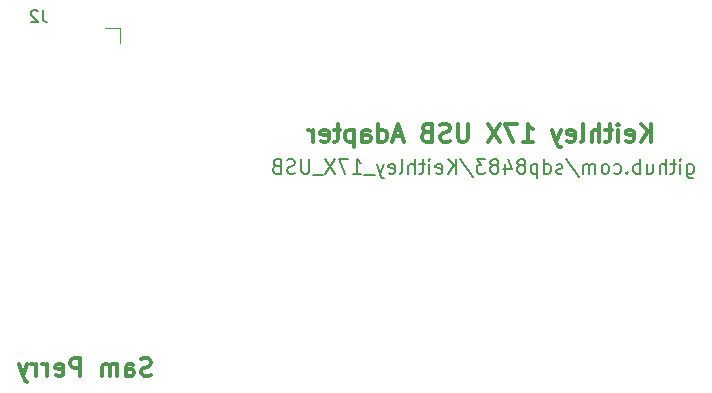
<source format=gbr>
G04 #@! TF.GenerationSoftware,KiCad,Pcbnew,(5.0.2)-1*
G04 #@! TF.CreationDate,2019-03-19T19:21:29-04:00*
G04 #@! TF.ProjectId,Keithley_17X_USB,4b656974-686c-4657-995f-3137585f5553,rev?*
G04 #@! TF.SameCoordinates,Original*
G04 #@! TF.FileFunction,Legend,Bot*
G04 #@! TF.FilePolarity,Positive*
%FSLAX46Y46*%
G04 Gerber Fmt 4.6, Leading zero omitted, Abs format (unit mm)*
G04 Created by KiCad (PCBNEW (5.0.2)-1) date 3/19/2019 7:21:29 PM*
%MOMM*%
%LPD*%
G01*
G04 APERTURE LIST*
%ADD10C,0.300000*%
%ADD11C,0.170000*%
%ADD12C,0.120000*%
%ADD13C,0.150000*%
G04 APERTURE END LIST*
D10*
X81871428Y-91707142D02*
X81657142Y-91778571D01*
X81300000Y-91778571D01*
X81157142Y-91707142D01*
X81085714Y-91635714D01*
X81014285Y-91492857D01*
X81014285Y-91350000D01*
X81085714Y-91207142D01*
X81157142Y-91135714D01*
X81300000Y-91064285D01*
X81585714Y-90992857D01*
X81728571Y-90921428D01*
X81800000Y-90850000D01*
X81871428Y-90707142D01*
X81871428Y-90564285D01*
X81800000Y-90421428D01*
X81728571Y-90350000D01*
X81585714Y-90278571D01*
X81228571Y-90278571D01*
X81014285Y-90350000D01*
X79728571Y-91778571D02*
X79728571Y-90992857D01*
X79800000Y-90850000D01*
X79942857Y-90778571D01*
X80228571Y-90778571D01*
X80371428Y-90850000D01*
X79728571Y-91707142D02*
X79871428Y-91778571D01*
X80228571Y-91778571D01*
X80371428Y-91707142D01*
X80442857Y-91564285D01*
X80442857Y-91421428D01*
X80371428Y-91278571D01*
X80228571Y-91207142D01*
X79871428Y-91207142D01*
X79728571Y-91135714D01*
X79014285Y-91778571D02*
X79014285Y-90778571D01*
X79014285Y-90921428D02*
X78942857Y-90850000D01*
X78800000Y-90778571D01*
X78585714Y-90778571D01*
X78442857Y-90850000D01*
X78371428Y-90992857D01*
X78371428Y-91778571D01*
X78371428Y-90992857D02*
X78300000Y-90850000D01*
X78157142Y-90778571D01*
X77942857Y-90778571D01*
X77800000Y-90850000D01*
X77728571Y-90992857D01*
X77728571Y-91778571D01*
X75871428Y-91778571D02*
X75871428Y-90278571D01*
X75300000Y-90278571D01*
X75157142Y-90350000D01*
X75085714Y-90421428D01*
X75014285Y-90564285D01*
X75014285Y-90778571D01*
X75085714Y-90921428D01*
X75157142Y-90992857D01*
X75300000Y-91064285D01*
X75871428Y-91064285D01*
X73800000Y-91707142D02*
X73942857Y-91778571D01*
X74228571Y-91778571D01*
X74371428Y-91707142D01*
X74442857Y-91564285D01*
X74442857Y-90992857D01*
X74371428Y-90850000D01*
X74228571Y-90778571D01*
X73942857Y-90778571D01*
X73800000Y-90850000D01*
X73728571Y-90992857D01*
X73728571Y-91135714D01*
X74442857Y-91278571D01*
X73085714Y-91778571D02*
X73085714Y-90778571D01*
X73085714Y-91064285D02*
X73014285Y-90921428D01*
X72942857Y-90850000D01*
X72800000Y-90778571D01*
X72657142Y-90778571D01*
X72157142Y-91778571D02*
X72157142Y-90778571D01*
X72157142Y-91064285D02*
X72085714Y-90921428D01*
X72014285Y-90850000D01*
X71871428Y-90778571D01*
X71728571Y-90778571D01*
X71371428Y-90778571D02*
X71014285Y-91778571D01*
X70657142Y-90778571D02*
X71014285Y-91778571D01*
X71157142Y-92135714D01*
X71228571Y-92207142D01*
X71371428Y-92278571D01*
X124178571Y-71928571D02*
X124178571Y-70428571D01*
X123321428Y-71928571D02*
X123964285Y-71071428D01*
X123321428Y-70428571D02*
X124178571Y-71285714D01*
X122107142Y-71857142D02*
X122250000Y-71928571D01*
X122535714Y-71928571D01*
X122678571Y-71857142D01*
X122750000Y-71714285D01*
X122750000Y-71142857D01*
X122678571Y-71000000D01*
X122535714Y-70928571D01*
X122250000Y-70928571D01*
X122107142Y-71000000D01*
X122035714Y-71142857D01*
X122035714Y-71285714D01*
X122750000Y-71428571D01*
X121392857Y-71928571D02*
X121392857Y-70928571D01*
X121392857Y-70428571D02*
X121464285Y-70500000D01*
X121392857Y-70571428D01*
X121321428Y-70500000D01*
X121392857Y-70428571D01*
X121392857Y-70571428D01*
X120892857Y-70928571D02*
X120321428Y-70928571D01*
X120678571Y-70428571D02*
X120678571Y-71714285D01*
X120607142Y-71857142D01*
X120464285Y-71928571D01*
X120321428Y-71928571D01*
X119821428Y-71928571D02*
X119821428Y-70428571D01*
X119178571Y-71928571D02*
X119178571Y-71142857D01*
X119250000Y-71000000D01*
X119392857Y-70928571D01*
X119607142Y-70928571D01*
X119750000Y-71000000D01*
X119821428Y-71071428D01*
X118250000Y-71928571D02*
X118392857Y-71857142D01*
X118464285Y-71714285D01*
X118464285Y-70428571D01*
X117107142Y-71857142D02*
X117250000Y-71928571D01*
X117535714Y-71928571D01*
X117678571Y-71857142D01*
X117750000Y-71714285D01*
X117750000Y-71142857D01*
X117678571Y-71000000D01*
X117535714Y-70928571D01*
X117250000Y-70928571D01*
X117107142Y-71000000D01*
X117035714Y-71142857D01*
X117035714Y-71285714D01*
X117750000Y-71428571D01*
X116535714Y-70928571D02*
X116178571Y-71928571D01*
X115821428Y-70928571D02*
X116178571Y-71928571D01*
X116321428Y-72285714D01*
X116392857Y-72357142D01*
X116535714Y-72428571D01*
X113321428Y-71928571D02*
X114178571Y-71928571D01*
X113750000Y-71928571D02*
X113750000Y-70428571D01*
X113892857Y-70642857D01*
X114035714Y-70785714D01*
X114178571Y-70857142D01*
X112821428Y-70428571D02*
X111821428Y-70428571D01*
X112464285Y-71928571D01*
X111392857Y-70428571D02*
X110392857Y-71928571D01*
X110392857Y-70428571D02*
X111392857Y-71928571D01*
X108678571Y-70428571D02*
X108678571Y-71642857D01*
X108607142Y-71785714D01*
X108535714Y-71857142D01*
X108392857Y-71928571D01*
X108107142Y-71928571D01*
X107964285Y-71857142D01*
X107892857Y-71785714D01*
X107821428Y-71642857D01*
X107821428Y-70428571D01*
X107178571Y-71857142D02*
X106964285Y-71928571D01*
X106607142Y-71928571D01*
X106464285Y-71857142D01*
X106392857Y-71785714D01*
X106321428Y-71642857D01*
X106321428Y-71500000D01*
X106392857Y-71357142D01*
X106464285Y-71285714D01*
X106607142Y-71214285D01*
X106892857Y-71142857D01*
X107035714Y-71071428D01*
X107107142Y-71000000D01*
X107178571Y-70857142D01*
X107178571Y-70714285D01*
X107107142Y-70571428D01*
X107035714Y-70500000D01*
X106892857Y-70428571D01*
X106535714Y-70428571D01*
X106321428Y-70500000D01*
X105178571Y-71142857D02*
X104964285Y-71214285D01*
X104892857Y-71285714D01*
X104821428Y-71428571D01*
X104821428Y-71642857D01*
X104892857Y-71785714D01*
X104964285Y-71857142D01*
X105107142Y-71928571D01*
X105678571Y-71928571D01*
X105678571Y-70428571D01*
X105178571Y-70428571D01*
X105035714Y-70500000D01*
X104964285Y-70571428D01*
X104892857Y-70714285D01*
X104892857Y-70857142D01*
X104964285Y-71000000D01*
X105035714Y-71071428D01*
X105178571Y-71142857D01*
X105678571Y-71142857D01*
X103107142Y-71500000D02*
X102392857Y-71500000D01*
X103250000Y-71928571D02*
X102750000Y-70428571D01*
X102250000Y-71928571D01*
X101107142Y-71928571D02*
X101107142Y-70428571D01*
X101107142Y-71857142D02*
X101250000Y-71928571D01*
X101535714Y-71928571D01*
X101678571Y-71857142D01*
X101750000Y-71785714D01*
X101821428Y-71642857D01*
X101821428Y-71214285D01*
X101750000Y-71071428D01*
X101678571Y-71000000D01*
X101535714Y-70928571D01*
X101250000Y-70928571D01*
X101107142Y-71000000D01*
X99750000Y-71928571D02*
X99750000Y-71142857D01*
X99821428Y-71000000D01*
X99964285Y-70928571D01*
X100250000Y-70928571D01*
X100392857Y-71000000D01*
X99750000Y-71857142D02*
X99892857Y-71928571D01*
X100250000Y-71928571D01*
X100392857Y-71857142D01*
X100464285Y-71714285D01*
X100464285Y-71571428D01*
X100392857Y-71428571D01*
X100250000Y-71357142D01*
X99892857Y-71357142D01*
X99750000Y-71285714D01*
X99035714Y-70928571D02*
X99035714Y-72428571D01*
X99035714Y-71000000D02*
X98892857Y-70928571D01*
X98607142Y-70928571D01*
X98464285Y-71000000D01*
X98392857Y-71071428D01*
X98321428Y-71214285D01*
X98321428Y-71642857D01*
X98392857Y-71785714D01*
X98464285Y-71857142D01*
X98607142Y-71928571D01*
X98892857Y-71928571D01*
X99035714Y-71857142D01*
X97892857Y-70928571D02*
X97321428Y-70928571D01*
X97678571Y-70428571D02*
X97678571Y-71714285D01*
X97607142Y-71857142D01*
X97464285Y-71928571D01*
X97321428Y-71928571D01*
X96250000Y-71857142D02*
X96392857Y-71928571D01*
X96678571Y-71928571D01*
X96821428Y-71857142D01*
X96892857Y-71714285D01*
X96892857Y-71142857D01*
X96821428Y-71000000D01*
X96678571Y-70928571D01*
X96392857Y-70928571D01*
X96250000Y-71000000D01*
X96178571Y-71142857D01*
X96178571Y-71285714D01*
X96892857Y-71428571D01*
X95535714Y-71928571D02*
X95535714Y-70928571D01*
X95535714Y-71214285D02*
X95464285Y-71071428D01*
X95392857Y-71000000D01*
X95250000Y-70928571D01*
X95107142Y-70928571D01*
D11*
X127257142Y-73842857D02*
X127257142Y-74814285D01*
X127314285Y-74928571D01*
X127371428Y-74985714D01*
X127485714Y-75042857D01*
X127657142Y-75042857D01*
X127771428Y-74985714D01*
X127257142Y-74585714D02*
X127371428Y-74642857D01*
X127600000Y-74642857D01*
X127714285Y-74585714D01*
X127771428Y-74528571D01*
X127828571Y-74414285D01*
X127828571Y-74071428D01*
X127771428Y-73957142D01*
X127714285Y-73900000D01*
X127600000Y-73842857D01*
X127371428Y-73842857D01*
X127257142Y-73900000D01*
X126685714Y-74642857D02*
X126685714Y-73842857D01*
X126685714Y-73442857D02*
X126742857Y-73500000D01*
X126685714Y-73557142D01*
X126628571Y-73500000D01*
X126685714Y-73442857D01*
X126685714Y-73557142D01*
X126285714Y-73842857D02*
X125828571Y-73842857D01*
X126114285Y-73442857D02*
X126114285Y-74471428D01*
X126057142Y-74585714D01*
X125942857Y-74642857D01*
X125828571Y-74642857D01*
X125428571Y-74642857D02*
X125428571Y-73442857D01*
X124914285Y-74642857D02*
X124914285Y-74014285D01*
X124971428Y-73900000D01*
X125085714Y-73842857D01*
X125257142Y-73842857D01*
X125371428Y-73900000D01*
X125428571Y-73957142D01*
X123828571Y-73842857D02*
X123828571Y-74642857D01*
X124342857Y-73842857D02*
X124342857Y-74471428D01*
X124285714Y-74585714D01*
X124171428Y-74642857D01*
X124000000Y-74642857D01*
X123885714Y-74585714D01*
X123828571Y-74528571D01*
X123257142Y-74642857D02*
X123257142Y-73442857D01*
X123257142Y-73900000D02*
X123142857Y-73842857D01*
X122914285Y-73842857D01*
X122800000Y-73900000D01*
X122742857Y-73957142D01*
X122685714Y-74071428D01*
X122685714Y-74414285D01*
X122742857Y-74528571D01*
X122800000Y-74585714D01*
X122914285Y-74642857D01*
X123142857Y-74642857D01*
X123257142Y-74585714D01*
X122171428Y-74528571D02*
X122114285Y-74585714D01*
X122171428Y-74642857D01*
X122228571Y-74585714D01*
X122171428Y-74528571D01*
X122171428Y-74642857D01*
X121085714Y-74585714D02*
X121199999Y-74642857D01*
X121428571Y-74642857D01*
X121542857Y-74585714D01*
X121599999Y-74528571D01*
X121657142Y-74414285D01*
X121657142Y-74071428D01*
X121599999Y-73957142D01*
X121542857Y-73900000D01*
X121428571Y-73842857D01*
X121199999Y-73842857D01*
X121085714Y-73900000D01*
X120399999Y-74642857D02*
X120514285Y-74585714D01*
X120571428Y-74528571D01*
X120628571Y-74414285D01*
X120628571Y-74071428D01*
X120571428Y-73957142D01*
X120514285Y-73900000D01*
X120399999Y-73842857D01*
X120228571Y-73842857D01*
X120114285Y-73900000D01*
X120057142Y-73957142D01*
X119999999Y-74071428D01*
X119999999Y-74414285D01*
X120057142Y-74528571D01*
X120114285Y-74585714D01*
X120228571Y-74642857D01*
X120399999Y-74642857D01*
X119485714Y-74642857D02*
X119485714Y-73842857D01*
X119485714Y-73957142D02*
X119428571Y-73900000D01*
X119314285Y-73842857D01*
X119142857Y-73842857D01*
X119028571Y-73900000D01*
X118971428Y-74014285D01*
X118971428Y-74642857D01*
X118971428Y-74014285D02*
X118914285Y-73900000D01*
X118799999Y-73842857D01*
X118628571Y-73842857D01*
X118514285Y-73900000D01*
X118457142Y-74014285D01*
X118457142Y-74642857D01*
X117028571Y-73385714D02*
X118057142Y-74928571D01*
X116685714Y-74585714D02*
X116571428Y-74642857D01*
X116342857Y-74642857D01*
X116228571Y-74585714D01*
X116171428Y-74471428D01*
X116171428Y-74414285D01*
X116228571Y-74300000D01*
X116342857Y-74242857D01*
X116514285Y-74242857D01*
X116628571Y-74185714D01*
X116685714Y-74071428D01*
X116685714Y-74014285D01*
X116628571Y-73900000D01*
X116514285Y-73842857D01*
X116342857Y-73842857D01*
X116228571Y-73900000D01*
X115142857Y-74642857D02*
X115142857Y-73442857D01*
X115142857Y-74585714D02*
X115257142Y-74642857D01*
X115485714Y-74642857D01*
X115599999Y-74585714D01*
X115657142Y-74528571D01*
X115714285Y-74414285D01*
X115714285Y-74071428D01*
X115657142Y-73957142D01*
X115599999Y-73900000D01*
X115485714Y-73842857D01*
X115257142Y-73842857D01*
X115142857Y-73900000D01*
X114571428Y-73842857D02*
X114571428Y-75042857D01*
X114571428Y-73900000D02*
X114457142Y-73842857D01*
X114228571Y-73842857D01*
X114114285Y-73900000D01*
X114057142Y-73957142D01*
X113999999Y-74071428D01*
X113999999Y-74414285D01*
X114057142Y-74528571D01*
X114114285Y-74585714D01*
X114228571Y-74642857D01*
X114457142Y-74642857D01*
X114571428Y-74585714D01*
X113314285Y-73957142D02*
X113428571Y-73900000D01*
X113485714Y-73842857D01*
X113542857Y-73728571D01*
X113542857Y-73671428D01*
X113485714Y-73557142D01*
X113428571Y-73500000D01*
X113314285Y-73442857D01*
X113085714Y-73442857D01*
X112971428Y-73500000D01*
X112914285Y-73557142D01*
X112857142Y-73671428D01*
X112857142Y-73728571D01*
X112914285Y-73842857D01*
X112971428Y-73900000D01*
X113085714Y-73957142D01*
X113314285Y-73957142D01*
X113428571Y-74014285D01*
X113485714Y-74071428D01*
X113542857Y-74185714D01*
X113542857Y-74414285D01*
X113485714Y-74528571D01*
X113428571Y-74585714D01*
X113314285Y-74642857D01*
X113085714Y-74642857D01*
X112971428Y-74585714D01*
X112914285Y-74528571D01*
X112857142Y-74414285D01*
X112857142Y-74185714D01*
X112914285Y-74071428D01*
X112971428Y-74014285D01*
X113085714Y-73957142D01*
X111828571Y-73842857D02*
X111828571Y-74642857D01*
X112114285Y-73385714D02*
X112399999Y-74242857D01*
X111657142Y-74242857D01*
X111028571Y-73957142D02*
X111142857Y-73900000D01*
X111199999Y-73842857D01*
X111257142Y-73728571D01*
X111257142Y-73671428D01*
X111199999Y-73557142D01*
X111142857Y-73500000D01*
X111028571Y-73442857D01*
X110799999Y-73442857D01*
X110685714Y-73500000D01*
X110628571Y-73557142D01*
X110571428Y-73671428D01*
X110571428Y-73728571D01*
X110628571Y-73842857D01*
X110685714Y-73900000D01*
X110799999Y-73957142D01*
X111028571Y-73957142D01*
X111142857Y-74014285D01*
X111199999Y-74071428D01*
X111257142Y-74185714D01*
X111257142Y-74414285D01*
X111199999Y-74528571D01*
X111142857Y-74585714D01*
X111028571Y-74642857D01*
X110799999Y-74642857D01*
X110685714Y-74585714D01*
X110628571Y-74528571D01*
X110571428Y-74414285D01*
X110571428Y-74185714D01*
X110628571Y-74071428D01*
X110685714Y-74014285D01*
X110799999Y-73957142D01*
X110171428Y-73442857D02*
X109428571Y-73442857D01*
X109828571Y-73900000D01*
X109657142Y-73900000D01*
X109542857Y-73957142D01*
X109485714Y-74014285D01*
X109428571Y-74128571D01*
X109428571Y-74414285D01*
X109485714Y-74528571D01*
X109542857Y-74585714D01*
X109657142Y-74642857D01*
X109999999Y-74642857D01*
X110114285Y-74585714D01*
X110171428Y-74528571D01*
X108057142Y-73385714D02*
X109085714Y-74928571D01*
X107657142Y-74642857D02*
X107657142Y-73442857D01*
X106971428Y-74642857D02*
X107485714Y-73957142D01*
X106971428Y-73442857D02*
X107657142Y-74128571D01*
X105999999Y-74585714D02*
X106114285Y-74642857D01*
X106342857Y-74642857D01*
X106457142Y-74585714D01*
X106514285Y-74471428D01*
X106514285Y-74014285D01*
X106457142Y-73900000D01*
X106342857Y-73842857D01*
X106114285Y-73842857D01*
X105999999Y-73900000D01*
X105942857Y-74014285D01*
X105942857Y-74128571D01*
X106514285Y-74242857D01*
X105428571Y-74642857D02*
X105428571Y-73842857D01*
X105428571Y-73442857D02*
X105485714Y-73500000D01*
X105428571Y-73557142D01*
X105371428Y-73500000D01*
X105428571Y-73442857D01*
X105428571Y-73557142D01*
X105028571Y-73842857D02*
X104571428Y-73842857D01*
X104857142Y-73442857D02*
X104857142Y-74471428D01*
X104799999Y-74585714D01*
X104685714Y-74642857D01*
X104571428Y-74642857D01*
X104171428Y-74642857D02*
X104171428Y-73442857D01*
X103657142Y-74642857D02*
X103657142Y-74014285D01*
X103714285Y-73900000D01*
X103828571Y-73842857D01*
X103999999Y-73842857D01*
X104114285Y-73900000D01*
X104171428Y-73957142D01*
X102914285Y-74642857D02*
X103028571Y-74585714D01*
X103085714Y-74471428D01*
X103085714Y-73442857D01*
X101999999Y-74585714D02*
X102114285Y-74642857D01*
X102342857Y-74642857D01*
X102457142Y-74585714D01*
X102514285Y-74471428D01*
X102514285Y-74014285D01*
X102457142Y-73900000D01*
X102342857Y-73842857D01*
X102114285Y-73842857D01*
X101999999Y-73900000D01*
X101942857Y-74014285D01*
X101942857Y-74128571D01*
X102514285Y-74242857D01*
X101542857Y-73842857D02*
X101257142Y-74642857D01*
X100971428Y-73842857D02*
X101257142Y-74642857D01*
X101371428Y-74928571D01*
X101428571Y-74985714D01*
X101542857Y-75042857D01*
X100799999Y-74757142D02*
X99885714Y-74757142D01*
X98971428Y-74642857D02*
X99657142Y-74642857D01*
X99314285Y-74642857D02*
X99314285Y-73442857D01*
X99428571Y-73614285D01*
X99542857Y-73728571D01*
X99657142Y-73785714D01*
X98571428Y-73442857D02*
X97771428Y-73442857D01*
X98285714Y-74642857D01*
X97428571Y-73442857D02*
X96628571Y-74642857D01*
X96628571Y-73442857D02*
X97428571Y-74642857D01*
X96457142Y-74757142D02*
X95542857Y-74757142D01*
X95257142Y-73442857D02*
X95257142Y-74414285D01*
X95199999Y-74528571D01*
X95142857Y-74585714D01*
X95028571Y-74642857D01*
X94799999Y-74642857D01*
X94685714Y-74585714D01*
X94628571Y-74528571D01*
X94571428Y-74414285D01*
X94571428Y-73442857D01*
X94057142Y-74585714D02*
X93885714Y-74642857D01*
X93599999Y-74642857D01*
X93485714Y-74585714D01*
X93428571Y-74528571D01*
X93371428Y-74414285D01*
X93371428Y-74300000D01*
X93428571Y-74185714D01*
X93485714Y-74128571D01*
X93599999Y-74071428D01*
X93828571Y-74014285D01*
X93942857Y-73957142D01*
X93999999Y-73900000D01*
X94057142Y-73785714D01*
X94057142Y-73671428D01*
X93999999Y-73557142D01*
X93942857Y-73500000D01*
X93828571Y-73442857D01*
X93542857Y-73442857D01*
X93371428Y-73500000D01*
X92457142Y-74014285D02*
X92285714Y-74071428D01*
X92228571Y-74128571D01*
X92171428Y-74242857D01*
X92171428Y-74414285D01*
X92228571Y-74528571D01*
X92285714Y-74585714D01*
X92399999Y-74642857D01*
X92857142Y-74642857D01*
X92857142Y-73442857D01*
X92457142Y-73442857D01*
X92342857Y-73500000D01*
X92285714Y-73557142D01*
X92228571Y-73671428D01*
X92228571Y-73785714D01*
X92285714Y-73900000D01*
X92342857Y-73957142D01*
X92457142Y-74014285D01*
X92857142Y-74014285D01*
D12*
G04 #@! TO.C,J2*
X79270000Y-62360000D02*
X78000000Y-62360000D01*
X79270000Y-63630000D02*
X79270000Y-62360000D01*
D13*
X72678333Y-60812380D02*
X72678333Y-61526666D01*
X72725952Y-61669523D01*
X72821190Y-61764761D01*
X72964047Y-61812380D01*
X73059285Y-61812380D01*
X72249761Y-60907619D02*
X72202142Y-60860000D01*
X72106904Y-60812380D01*
X71868809Y-60812380D01*
X71773571Y-60860000D01*
X71725952Y-60907619D01*
X71678333Y-61002857D01*
X71678333Y-61098095D01*
X71725952Y-61240952D01*
X72297380Y-61812380D01*
X71678333Y-61812380D01*
G04 #@! TD*
M02*

</source>
